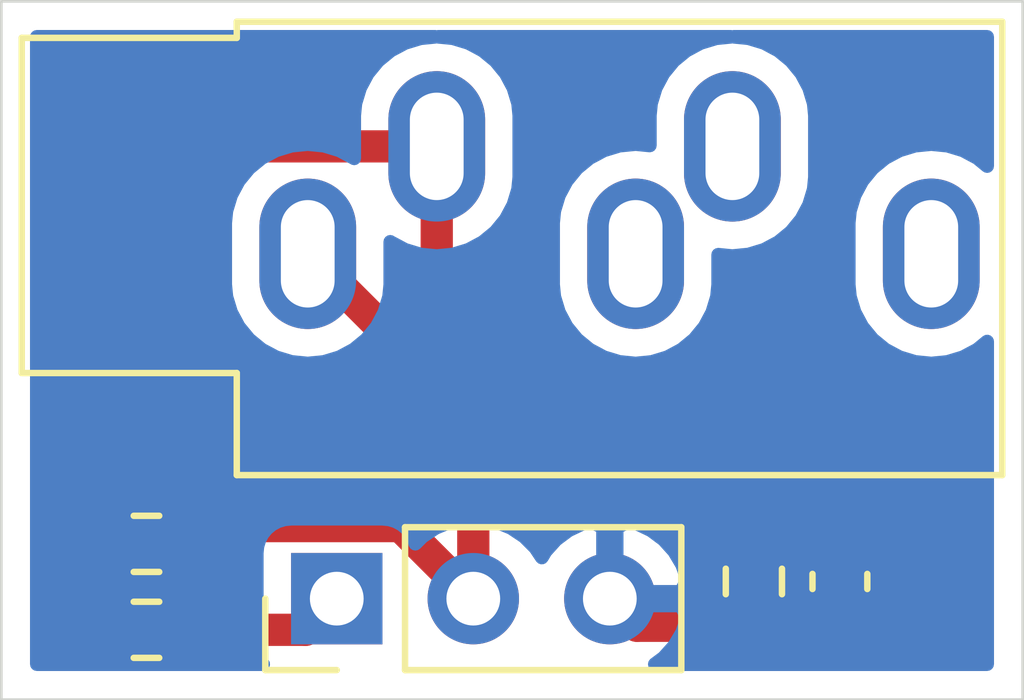
<source format=kicad_pcb>
(kicad_pcb (version 20171130) (host pcbnew "(5.1.8-0-10_14)")

  (general
    (thickness 1.6)
    (drawings 4)
    (tracks 20)
    (zones 0)
    (modules 6)
    (nets 5)
  )

  (page A4)
  (layers
    (0 F.Cu signal)
    (31 B.Cu signal)
    (32 B.Adhes user)
    (33 F.Adhes user)
    (34 B.Paste user)
    (35 F.Paste user)
    (36 B.SilkS user)
    (37 F.SilkS user)
    (38 B.Mask user)
    (39 F.Mask user)
    (40 Dwgs.User user)
    (41 Cmts.User user)
    (42 Eco1.User user)
    (43 Eco2.User user)
    (44 Edge.Cuts user)
    (45 Margin user)
    (46 B.CrtYd user)
    (47 F.CrtYd user)
    (48 B.Fab user)
    (49 F.Fab user)
  )

  (setup
    (last_trace_width 0.6)
    (user_trace_width 0.6)
    (trace_clearance 0.2)
    (zone_clearance 0.508)
    (zone_45_only no)
    (trace_min 0.2)
    (via_size 0.8)
    (via_drill 0.4)
    (via_min_size 0.4)
    (via_min_drill 0.3)
    (uvia_size 0.3)
    (uvia_drill 0.1)
    (uvias_allowed no)
    (uvia_min_size 0.2)
    (uvia_min_drill 0.1)
    (edge_width 0.05)
    (segment_width 0.2)
    (pcb_text_width 0.3)
    (pcb_text_size 1.5 1.5)
    (mod_edge_width 0.12)
    (mod_text_size 1 1)
    (mod_text_width 0.15)
    (pad_size 1.524 1.524)
    (pad_drill 0.762)
    (pad_to_mask_clearance 0)
    (aux_axis_origin 0 0)
    (visible_elements FFFFFF7F)
    (pcbplotparams
      (layerselection 0x010f0_ffffffff)
      (usegerberextensions false)
      (usegerberattributes true)
      (usegerberadvancedattributes true)
      (creategerberjobfile true)
      (excludeedgelayer false)
      (linewidth 0.100000)
      (plotframeref false)
      (viasonmask false)
      (mode 1)
      (useauxorigin false)
      (hpglpennumber 1)
      (hpglpenspeed 20)
      (hpglpendiameter 15.000000)
      (psnegative false)
      (psa4output false)
      (plotreference true)
      (plotvalue true)
      (plotinvisibletext false)
      (padsonsilk false)
      (subtractmaskfromsilk false)
      (outputformat 1)
      (mirror false)
      (drillshape 0)
      (scaleselection 1)
      (outputdirectory ""))
  )

  (net 0 "")
  (net 1 GND)
  (net 2 "Net-(C101-Pad1)")
  (net 3 "Net-(J101-PadS)")
  (net 4 +3V3)

  (net_class Default "This is the default net class."
    (clearance 0.2)
    (trace_width 0.25)
    (via_dia 0.8)
    (via_drill 0.4)
    (uvia_dia 0.3)
    (uvia_drill 0.1)
    (add_net +3V3)
    (add_net GND)
    (add_net "Net-(C101-Pad1)")
    (add_net "Net-(J101-PadS)")
  )

  (module Connector_PinHeader_2.54mm:PinHeader_1x03_P2.54mm_Vertical (layer F.Cu) (tedit 59FED5CC) (tstamp 5FB726D8)
    (at 116.84 109.22 90)
    (descr "Through hole straight pin header, 1x03, 2.54mm pitch, single row")
    (tags "Through hole pin header THT 1x03 2.54mm single row")
    (path /5FB72775)
    (fp_text reference J102 (at 0 -2.33 90) (layer F.SilkS) hide
      (effects (font (size 1 1) (thickness 0.15)))
    )
    (fp_text value Conn_01x03_Male (at 0 7.41 90) (layer F.Fab) hide
      (effects (font (size 1 1) (thickness 0.15)))
    )
    (fp_text user %R (at 0 0) (layer F.Fab) hide
      (effects (font (size 1 1) (thickness 0.15)))
    )
    (fp_line (start -0.635 -1.27) (end 1.27 -1.27) (layer F.Fab) (width 0.1))
    (fp_line (start 1.27 -1.27) (end 1.27 6.35) (layer F.Fab) (width 0.1))
    (fp_line (start 1.27 6.35) (end -1.27 6.35) (layer F.Fab) (width 0.1))
    (fp_line (start -1.27 6.35) (end -1.27 -0.635) (layer F.Fab) (width 0.1))
    (fp_line (start -1.27 -0.635) (end -0.635 -1.27) (layer F.Fab) (width 0.1))
    (fp_line (start -1.33 6.41) (end 1.33 6.41) (layer F.SilkS) (width 0.12))
    (fp_line (start -1.33 1.27) (end -1.33 6.41) (layer F.SilkS) (width 0.12))
    (fp_line (start 1.33 1.27) (end 1.33 6.41) (layer F.SilkS) (width 0.12))
    (fp_line (start -1.33 1.27) (end 1.33 1.27) (layer F.SilkS) (width 0.12))
    (fp_line (start -1.33 0) (end -1.33 -1.33) (layer F.SilkS) (width 0.12))
    (fp_line (start -1.33 -1.33) (end 0 -1.33) (layer F.SilkS) (width 0.12))
    (fp_line (start -1.8 -1.8) (end -1.8 6.85) (layer F.CrtYd) (width 0.05))
    (fp_line (start -1.8 6.85) (end 1.8 6.85) (layer F.CrtYd) (width 0.05))
    (fp_line (start 1.8 6.85) (end 1.8 -1.8) (layer F.CrtYd) (width 0.05))
    (fp_line (start 1.8 -1.8) (end -1.8 -1.8) (layer F.CrtYd) (width 0.05))
    (pad 3 thru_hole oval (at 0 5.08 90) (size 1.7 1.7) (drill 1) (layers *.Cu *.Mask)
      (net 1 GND))
    (pad 2 thru_hole oval (at 0 2.54 90) (size 1.7 1.7) (drill 1) (layers *.Cu *.Mask)
      (net 3 "Net-(J101-PadS)"))
    (pad 1 thru_hole rect (at 0 0 90) (size 1.7 1.7) (drill 1) (layers *.Cu *.Mask)
      (net 4 +3V3))
    (model ${KISYS3DMOD}/Connector_PinHeader_2.54mm.3dshapes/PinHeader_1x03_P2.54mm_Vertical.wrl
      (at (xyz 0 0 0))
      (scale (xyz 1 1 1))
      (rotate (xyz 0 0 0))
    )
  )

  (module Resistor_SMD:R_0603_1608Metric (layer F.Cu) (tedit 5F68FEEE) (tstamp 5FB72866)
    (at 124.6 108.9 270)
    (descr "Resistor SMD 0603 (1608 Metric), square (rectangular) end terminal, IPC_7351 nominal, (Body size source: IPC-SM-782 page 72, https://www.pcb-3d.com/wordpress/wp-content/uploads/ipc-sm-782a_amendment_1_and_2.pdf), generated with kicad-footprint-generator")
    (tags resistor)
    (path /5FB6DEF0)
    (attr smd)
    (fp_text reference R103 (at 0 -1.43 90) (layer F.SilkS) hide
      (effects (font (size 1 1) (thickness 0.15)))
    )
    (fp_text value 12 (at 0 1.43 90) (layer F.Fab) hide
      (effects (font (size 1 1) (thickness 0.15)))
    )
    (fp_text user %R (at 0 0 90) (layer F.Fab) hide
      (effects (font (size 0.4 0.4) (thickness 0.06)))
    )
    (fp_line (start -0.8 0.4125) (end -0.8 -0.4125) (layer F.Fab) (width 0.1))
    (fp_line (start -0.8 -0.4125) (end 0.8 -0.4125) (layer F.Fab) (width 0.1))
    (fp_line (start 0.8 -0.4125) (end 0.8 0.4125) (layer F.Fab) (width 0.1))
    (fp_line (start 0.8 0.4125) (end -0.8 0.4125) (layer F.Fab) (width 0.1))
    (fp_line (start -0.237258 -0.5225) (end 0.237258 -0.5225) (layer F.SilkS) (width 0.12))
    (fp_line (start -0.237258 0.5225) (end 0.237258 0.5225) (layer F.SilkS) (width 0.12))
    (fp_line (start -1.48 0.73) (end -1.48 -0.73) (layer F.CrtYd) (width 0.05))
    (fp_line (start -1.48 -0.73) (end 1.48 -0.73) (layer F.CrtYd) (width 0.05))
    (fp_line (start 1.48 -0.73) (end 1.48 0.73) (layer F.CrtYd) (width 0.05))
    (fp_line (start 1.48 0.73) (end -1.48 0.73) (layer F.CrtYd) (width 0.05))
    (pad 2 smd roundrect (at 0.825 0 270) (size 0.8 0.95) (layers F.Cu F.Paste F.Mask) (roundrect_rratio 0.25)
      (net 1 GND))
    (pad 1 smd roundrect (at -0.825 0 270) (size 0.8 0.95) (layers F.Cu F.Paste F.Mask) (roundrect_rratio 0.25)
      (net 2 "Net-(C101-Pad1)"))
    (model ${KISYS3DMOD}/Resistor_SMD.3dshapes/R_0603_1608Metric.wrl
      (at (xyz 0 0 0))
      (scale (xyz 1 1 1))
      (rotate (xyz 0 0 0))
    )
  )

  (module Resistor_SMD:R_0603_1608Metric (layer F.Cu) (tedit 5F68FEEE) (tstamp 5FB72B0F)
    (at 113.3 109.8 180)
    (descr "Resistor SMD 0603 (1608 Metric), square (rectangular) end terminal, IPC_7351 nominal, (Body size source: IPC-SM-782 page 72, https://www.pcb-3d.com/wordpress/wp-content/uploads/ipc-sm-782a_amendment_1_and_2.pdf), generated with kicad-footprint-generator")
    (tags resistor)
    (path /5FB6D70C)
    (attr smd)
    (fp_text reference R102 (at 0 -1.43) (layer F.SilkS) hide
      (effects (font (size 1 1) (thickness 0.15)))
    )
    (fp_text value 12 (at 0 1.43) (layer F.Fab) hide
      (effects (font (size 1 1) (thickness 0.15)))
    )
    (fp_text user %R (at 0 0) (layer F.Fab) hide
      (effects (font (size 0.4 0.4) (thickness 0.06)))
    )
    (fp_line (start -0.8 0.4125) (end -0.8 -0.4125) (layer F.Fab) (width 0.1))
    (fp_line (start -0.8 -0.4125) (end 0.8 -0.4125) (layer F.Fab) (width 0.1))
    (fp_line (start 0.8 -0.4125) (end 0.8 0.4125) (layer F.Fab) (width 0.1))
    (fp_line (start 0.8 0.4125) (end -0.8 0.4125) (layer F.Fab) (width 0.1))
    (fp_line (start -0.237258 -0.5225) (end 0.237258 -0.5225) (layer F.SilkS) (width 0.12))
    (fp_line (start -0.237258 0.5225) (end 0.237258 0.5225) (layer F.SilkS) (width 0.12))
    (fp_line (start -1.48 0.73) (end -1.48 -0.73) (layer F.CrtYd) (width 0.05))
    (fp_line (start -1.48 -0.73) (end 1.48 -0.73) (layer F.CrtYd) (width 0.05))
    (fp_line (start 1.48 -0.73) (end 1.48 0.73) (layer F.CrtYd) (width 0.05))
    (fp_line (start 1.48 0.73) (end -1.48 0.73) (layer F.CrtYd) (width 0.05))
    (pad 2 smd roundrect (at 0.825 0 180) (size 0.8 0.95) (layers F.Cu F.Paste F.Mask) (roundrect_rratio 0.25)
      (net 2 "Net-(C101-Pad1)"))
    (pad 1 smd roundrect (at -0.825 0 180) (size 0.8 0.95) (layers F.Cu F.Paste F.Mask) (roundrect_rratio 0.25)
      (net 4 +3V3))
    (model ${KISYS3DMOD}/Resistor_SMD.3dshapes/R_0603_1608Metric.wrl
      (at (xyz 0 0 0))
      (scale (xyz 1 1 1))
      (rotate (xyz 0 0 0))
    )
  )

  (module Resistor_SMD:R_0603_1608Metric (layer F.Cu) (tedit 5F68FEEE) (tstamp 5FB709F4)
    (at 113.3 108.2 180)
    (descr "Resistor SMD 0603 (1608 Metric), square (rectangular) end terminal, IPC_7351 nominal, (Body size source: IPC-SM-782 page 72, https://www.pcb-3d.com/wordpress/wp-content/uploads/ipc-sm-782a_amendment_1_and_2.pdf), generated with kicad-footprint-generator")
    (tags resistor)
    (path /5FB6C641)
    (attr smd)
    (fp_text reference R101 (at 0 -1.43) (layer F.SilkS) hide
      (effects (font (size 1 1) (thickness 0.15)))
    )
    (fp_text value 120 (at 0 1.43) (layer F.Fab) hide
      (effects (font (size 1 1) (thickness 0.15)))
    )
    (fp_text user %R (at 0 0) (layer F.Fab) hide
      (effects (font (size 0.4 0.4) (thickness 0.06)))
    )
    (fp_line (start -0.8 0.4125) (end -0.8 -0.4125) (layer F.Fab) (width 0.1))
    (fp_line (start -0.8 -0.4125) (end 0.8 -0.4125) (layer F.Fab) (width 0.1))
    (fp_line (start 0.8 -0.4125) (end 0.8 0.4125) (layer F.Fab) (width 0.1))
    (fp_line (start 0.8 0.4125) (end -0.8 0.4125) (layer F.Fab) (width 0.1))
    (fp_line (start -0.237258 -0.5225) (end 0.237258 -0.5225) (layer F.SilkS) (width 0.12))
    (fp_line (start -0.237258 0.5225) (end 0.237258 0.5225) (layer F.SilkS) (width 0.12))
    (fp_line (start -1.48 0.73) (end -1.48 -0.73) (layer F.CrtYd) (width 0.05))
    (fp_line (start -1.48 -0.73) (end 1.48 -0.73) (layer F.CrtYd) (width 0.05))
    (fp_line (start 1.48 -0.73) (end 1.48 0.73) (layer F.CrtYd) (width 0.05))
    (fp_line (start 1.48 0.73) (end -1.48 0.73) (layer F.CrtYd) (width 0.05))
    (pad 2 smd roundrect (at 0.825 0 180) (size 0.8 0.95) (layers F.Cu F.Paste F.Mask) (roundrect_rratio 0.25)
      (net 2 "Net-(C101-Pad1)"))
    (pad 1 smd roundrect (at -0.825 0 180) (size 0.8 0.95) (layers F.Cu F.Paste F.Mask) (roundrect_rratio 0.25)
      (net 3 "Net-(J101-PadS)"))
    (model ${KISYS3DMOD}/Resistor_SMD.3dshapes/R_0603_1608Metric.wrl
      (at (xyz 0 0 0))
      (scale (xyz 1 1 1))
      (rotate (xyz 0 0 0))
    )
  )

  (module Connector_Audio:Jack_3.5mm_CUI_SJ1-3535NG_Horizontal (layer F.Cu) (tedit 5C301453) (tstamp 5FB709E3)
    (at 116.3 102.8 90)
    (descr "TRS 3.5mm, horizontal, through-hole, with switch, https://www.cui.com/product/resource/sj1-353xng.pdf")
    (tags "TRS audio jack stereo horizontal")
    (path /5FB6AAD4)
    (fp_text reference J101 (at 0.1 -6.45 90) (layer F.SilkS) hide
      (effects (font (size 1 1) (thickness 0.15)))
    )
    (fp_text value AudioJack3 (at 0.1 14.05 90) (layer F.Fab) hide
      (effects (font (size 1 1) (thickness 0.15)))
    )
    (fp_text user %R (at 0.1 3.8 90) (layer F.Fab) hide
      (effects (font (size 1 1) (thickness 0.15)))
    )
    (fp_line (start -2.1 -5.2) (end 3.9 -5.2) (layer F.Fab) (width 0.1))
    (fp_line (start 3.9 -5.2) (end 3.9 -1.2) (layer F.Fab) (width 0.1))
    (fp_line (start 3.9 -1.2) (end 4.2 -1.2) (layer F.Fab) (width 0.1))
    (fp_line (start 4.2 -1.2) (end 4.2 12.8) (layer F.Fab) (width 0.1))
    (fp_line (start 4.2 12.8) (end -4 12.8) (layer F.Fab) (width 0.1))
    (fp_line (start -4 12.8) (end -4 -1.2) (layer F.Fab) (width 0.1))
    (fp_line (start -4 -1.2) (end -2.1 -1.2) (layer F.Fab) (width 0.1))
    (fp_line (start -2.1 -1.2) (end -2.1 -5.2) (layer F.Fab) (width 0.1))
    (fp_line (start -2.22 -5.32) (end 4.02 -5.32) (layer F.SilkS) (width 0.12))
    (fp_line (start 4.02 -5.32) (end 4.02 -1.32) (layer F.SilkS) (width 0.12))
    (fp_line (start 4.02 -1.32) (end 4.32 -1.32) (layer F.SilkS) (width 0.12))
    (fp_line (start 4.32 -1.32) (end 4.32 12.92) (layer F.SilkS) (width 0.12))
    (fp_line (start 4.32 12.92) (end -4.12 12.92) (layer F.SilkS) (width 0.12))
    (fp_line (start -4.12 12.92) (end -4.12 -1.32) (layer F.SilkS) (width 0.12))
    (fp_line (start -4.12 -1.32) (end -2.22 -1.32) (layer F.SilkS) (width 0.12))
    (fp_line (start -2.22 -1.32) (end -2.22 -5.32) (layer F.SilkS) (width 0.12))
    (fp_line (start -4.5 -5.7) (end -4.5 13.3) (layer F.CrtYd) (width 0.05))
    (fp_line (start -4.5 13.3) (end 4.7 13.3) (layer F.CrtYd) (width 0.05))
    (fp_line (start 4.7 13.3) (end 4.7 -5.7) (layer F.CrtYd) (width 0.05))
    (fp_line (start 4.7 -5.7) (end -4.5 -5.7) (layer F.CrtYd) (width 0.05))
    (pad RN thru_hole oval (at 0 6.1 90) (size 2.8 1.8) (drill oval 2 1) (layers *.Cu *.Mask))
    (pad TN thru_hole oval (at 0 11.6 90) (size 2.8 1.8) (drill oval 2 1) (layers *.Cu *.Mask))
    (pad R thru_hole oval (at 2 7.9 90) (size 2.8 1.8) (drill oval 2 1) (layers *.Cu *.Mask))
    (pad T thru_hole oval (at 2 2.4 90) (size 2.8 1.8) (drill oval 2 1) (layers *.Cu *.Mask)
      (net 2 "Net-(C101-Pad1)"))
    (pad S thru_hole oval (at 0 0 90) (size 2.8 1.8) (drill oval 2 1) (layers *.Cu *.Mask)
      (net 3 "Net-(J101-PadS)"))
    (model ${KISYS3DMOD}/Connector_Audio.3dshapes/Jack_3.5mm_CUI_SJ1-3535NG_Horizontal.wrl
      (at (xyz 0 0 0))
      (scale (xyz 1 1 1))
      (rotate (xyz 0 0 0))
    )
  )

  (module Capacitor_SMD:C_0603_1608Metric (layer F.Cu) (tedit 5F68FEEE) (tstamp 5FB709C5)
    (at 126.2 108.9 270)
    (descr "Capacitor SMD 0603 (1608 Metric), square (rectangular) end terminal, IPC_7351 nominal, (Body size source: IPC-SM-782 page 76, https://www.pcb-3d.com/wordpress/wp-content/uploads/ipc-sm-782a_amendment_1_and_2.pdf), generated with kicad-footprint-generator")
    (tags capacitor)
    (path /5FB6F307)
    (attr smd)
    (fp_text reference C101 (at 0 -1.43 90) (layer F.SilkS) hide
      (effects (font (size 1 1) (thickness 0.15)))
    )
    (fp_text value CP (at 0 1.43 90) (layer F.Fab) hide
      (effects (font (size 1 1) (thickness 0.15)))
    )
    (fp_text user %R (at 0 0 90) (layer F.Fab) hide
      (effects (font (size 0.4 0.4) (thickness 0.06)))
    )
    (fp_line (start -0.8 0.4) (end -0.8 -0.4) (layer F.Fab) (width 0.1))
    (fp_line (start -0.8 -0.4) (end 0.8 -0.4) (layer F.Fab) (width 0.1))
    (fp_line (start 0.8 -0.4) (end 0.8 0.4) (layer F.Fab) (width 0.1))
    (fp_line (start 0.8 0.4) (end -0.8 0.4) (layer F.Fab) (width 0.1))
    (fp_line (start -0.14058 -0.51) (end 0.14058 -0.51) (layer F.SilkS) (width 0.12))
    (fp_line (start -0.14058 0.51) (end 0.14058 0.51) (layer F.SilkS) (width 0.12))
    (fp_line (start -1.48 0.73) (end -1.48 -0.73) (layer F.CrtYd) (width 0.05))
    (fp_line (start -1.48 -0.73) (end 1.48 -0.73) (layer F.CrtYd) (width 0.05))
    (fp_line (start 1.48 -0.73) (end 1.48 0.73) (layer F.CrtYd) (width 0.05))
    (fp_line (start 1.48 0.73) (end -1.48 0.73) (layer F.CrtYd) (width 0.05))
    (pad 2 smd roundrect (at 0.775 0 270) (size 0.9 0.95) (layers F.Cu F.Paste F.Mask) (roundrect_rratio 0.25)
      (net 1 GND))
    (pad 1 smd roundrect (at -0.775 0 270) (size 0.9 0.95) (layers F.Cu F.Paste F.Mask) (roundrect_rratio 0.25)
      (net 2 "Net-(C101-Pad1)"))
    (model ${KISYS3DMOD}/Capacitor_SMD.3dshapes/C_0603_1608Metric.wrl
      (at (xyz 0 0 0))
      (scale (xyz 1 1 1))
      (rotate (xyz 0 0 0))
    )
  )

  (gr_line (start 110.6 98.1) (end 110.6 111.1) (layer Edge.Cuts) (width 0.05) (tstamp 5FB72D71))
  (gr_line (start 129.6 98.1) (end 110.6 98.1) (layer Edge.Cuts) (width 0.05))
  (gr_line (start 129.6 111.1) (end 129.6 98.1) (layer Edge.Cuts) (width 0.05))
  (gr_line (start 110.6 111.1) (end 129.6 111.1) (layer Edge.Cuts) (width 0.05))

  (segment (start 124.65 109.675) (end 124.6 109.725) (width 0.6) (layer F.Cu) (net 1))
  (segment (start 126.2 109.675) (end 124.65 109.675) (width 0.6) (layer F.Cu) (net 1))
  (segment (start 122.425 109.725) (end 121.92 109.22) (width 0.6) (layer F.Cu) (net 1))
  (segment (start 124.6 109.725) (end 122.425 109.725) (width 0.6) (layer F.Cu) (net 1))
  (segment (start 124.65 108.125) (end 124.6 108.075) (width 0.6) (layer F.Cu) (net 2))
  (segment (start 126.2 108.125) (end 124.65 108.125) (width 0.6) (layer F.Cu) (net 2))
  (segment (start 124.6 108.075) (end 123.775 108.075) (width 0.6) (layer F.Cu) (net 2))
  (segment (start 118.7 103) (end 118.7 100.8) (width 0.6) (layer F.Cu) (net 2))
  (segment (start 123.775 108.075) (end 118.7 103) (width 0.6) (layer F.Cu) (net 2))
  (segment (start 112.475 109.8) (end 112.475 108.2) (width 0.6) (layer F.Cu) (net 2))
  (segment (start 112.475 108.2) (end 112.475 102.825) (width 0.6) (layer F.Cu) (net 2))
  (segment (start 114.5 100.8) (end 118.7 100.8) (width 0.6) (layer F.Cu) (net 2))
  (segment (start 112.475 102.825) (end 114.5 100.8) (width 0.6) (layer F.Cu) (net 2))
  (segment (start 114.455001 107.869999) (end 118.029999 107.869999) (width 0.6) (layer F.Cu) (net 3))
  (segment (start 118.029999 107.869999) (end 119.38 109.22) (width 0.6) (layer F.Cu) (net 3))
  (segment (start 114.125 108.2) (end 114.455001 107.869999) (width 0.6) (layer F.Cu) (net 3))
  (segment (start 119.38 105.88) (end 116.3 102.8) (width 0.6) (layer F.Cu) (net 3))
  (segment (start 119.38 109.22) (end 119.38 105.88) (width 0.6) (layer F.Cu) (net 3))
  (segment (start 116.26 109.8) (end 116.84 109.22) (width 0.6) (layer F.Cu) (net 4))
  (segment (start 114.125 109.8) (end 116.26 109.8) (width 0.6) (layer F.Cu) (net 4))

  (zone (net 1) (net_name GND) (layer B.Cu) (tstamp 5FB72FDD) (hatch edge 0.508)
    (connect_pads (clearance 0.508))
    (min_thickness 0.254)
    (fill yes (arc_segments 32) (thermal_gap 0.508) (thermal_bridge_width 0.508))
    (polygon
      (pts
        (xy 129.6 111.1) (xy 110.6 111.1) (xy 110.6 98.1) (xy 129.6 98.1)
      )
    )
    (filled_polygon
      (pts
        (xy 118.399087 98.78721) (xy 118.109739 98.874983) (xy 117.843073 99.017519) (xy 117.609339 99.209339) (xy 117.417519 99.443074)
        (xy 117.274983 99.70974) (xy 117.18721 99.999088) (xy 117.165 100.224593) (xy 117.165 101.024145) (xy 117.156926 101.017519)
        (xy 116.89026 100.874983) (xy 116.600912 100.78721) (xy 116.3 100.757573) (xy 115.999087 100.78721) (xy 115.709739 100.874983)
        (xy 115.443073 101.017519) (xy 115.209339 101.209339) (xy 115.017519 101.443074) (xy 114.874983 101.70974) (xy 114.78721 101.999088)
        (xy 114.765 102.224593) (xy 114.765 103.375408) (xy 114.78721 103.600913) (xy 114.874983 103.890261) (xy 115.017519 104.156927)
        (xy 115.20934 104.390661) (xy 115.443074 104.582481) (xy 115.70974 104.725017) (xy 115.999088 104.81279) (xy 116.3 104.842427)
        (xy 116.600913 104.81279) (xy 116.890261 104.725017) (xy 117.156927 104.582481) (xy 117.390661 104.390661) (xy 117.582481 104.156927)
        (xy 117.725017 103.890261) (xy 117.81279 103.600913) (xy 117.835 103.375408) (xy 117.835 102.575855) (xy 117.843074 102.582481)
        (xy 118.10974 102.725017) (xy 118.399088 102.81279) (xy 118.7 102.842427) (xy 119.000913 102.81279) (xy 119.290261 102.725017)
        (xy 119.556927 102.582481) (xy 119.790661 102.390661) (xy 119.982481 102.156927) (xy 120.125017 101.890261) (xy 120.21279 101.600913)
        (xy 120.235 101.375408) (xy 120.235 100.224592) (xy 120.21279 99.999087) (xy 120.125017 99.709739) (xy 119.982481 99.443073)
        (xy 119.790661 99.209339) (xy 119.556926 99.017519) (xy 119.29026 98.874983) (xy 119.000912 98.78721) (xy 118.724642 98.76)
        (xy 124.175358 98.76) (xy 123.899087 98.78721) (xy 123.609739 98.874983) (xy 123.343073 99.017519) (xy 123.109339 99.209339)
        (xy 122.917519 99.443074) (xy 122.774983 99.70974) (xy 122.68721 99.999088) (xy 122.665 100.224593) (xy 122.665 100.783673)
        (xy 122.4 100.757573) (xy 122.099087 100.78721) (xy 121.809739 100.874983) (xy 121.543073 101.017519) (xy 121.309339 101.209339)
        (xy 121.117519 101.443074) (xy 120.974983 101.70974) (xy 120.88721 101.999088) (xy 120.865 102.224593) (xy 120.865 103.375408)
        (xy 120.88721 103.600913) (xy 120.974983 103.890261) (xy 121.117519 104.156927) (xy 121.30934 104.390661) (xy 121.543074 104.582481)
        (xy 121.80974 104.725017) (xy 122.099088 104.81279) (xy 122.4 104.842427) (xy 122.700913 104.81279) (xy 122.990261 104.725017)
        (xy 123.256927 104.582481) (xy 123.490661 104.390661) (xy 123.682481 104.156927) (xy 123.825017 103.890261) (xy 123.91279 103.600913)
        (xy 123.935 103.375408) (xy 123.935 102.816327) (xy 124.2 102.842427) (xy 124.500913 102.81279) (xy 124.790261 102.725017)
        (xy 125.056927 102.582481) (xy 125.290661 102.390661) (xy 125.482481 102.156927) (xy 125.625017 101.890261) (xy 125.71279 101.600913)
        (xy 125.735 101.375408) (xy 125.735 100.224592) (xy 125.71279 99.999087) (xy 125.625017 99.709739) (xy 125.482481 99.443073)
        (xy 125.290661 99.209339) (xy 125.056926 99.017519) (xy 124.79026 98.874983) (xy 124.500912 98.78721) (xy 124.224642 98.76)
        (xy 128.940001 98.76) (xy 128.940001 101.167764) (xy 128.756926 101.017519) (xy 128.49026 100.874983) (xy 128.200912 100.78721)
        (xy 127.9 100.757573) (xy 127.599087 100.78721) (xy 127.309739 100.874983) (xy 127.043073 101.017519) (xy 126.809339 101.209339)
        (xy 126.617519 101.443074) (xy 126.474983 101.70974) (xy 126.38721 101.999088) (xy 126.365 102.224593) (xy 126.365 103.375408)
        (xy 126.38721 103.600913) (xy 126.474983 103.890261) (xy 126.617519 104.156927) (xy 126.80934 104.390661) (xy 127.043074 104.582481)
        (xy 127.30974 104.725017) (xy 127.599088 104.81279) (xy 127.9 104.842427) (xy 128.200913 104.81279) (xy 128.490261 104.725017)
        (xy 128.756927 104.582481) (xy 128.940001 104.432237) (xy 128.94 110.44) (xy 122.756154 110.44) (xy 122.920269 110.317588)
        (xy 123.115178 110.101355) (xy 123.264157 109.851252) (xy 123.361481 109.576891) (xy 123.240814 109.347) (xy 122.047 109.347)
        (xy 122.047 109.367) (xy 121.793 109.367) (xy 121.793 109.347) (xy 121.773 109.347) (xy 121.773 109.093)
        (xy 121.793 109.093) (xy 121.793 107.899845) (xy 122.047 107.899845) (xy 122.047 109.093) (xy 123.240814 109.093)
        (xy 123.361481 108.863109) (xy 123.264157 108.588748) (xy 123.115178 108.338645) (xy 122.920269 108.122412) (xy 122.68692 107.948359)
        (xy 122.424099 107.823175) (xy 122.27689 107.778524) (xy 122.047 107.899845) (xy 121.793 107.899845) (xy 121.56311 107.778524)
        (xy 121.415901 107.823175) (xy 121.15308 107.948359) (xy 120.919731 108.122412) (xy 120.724822 108.338645) (xy 120.655195 108.455534)
        (xy 120.533475 108.273368) (xy 120.326632 108.066525) (xy 120.083411 107.90401) (xy 119.813158 107.792068) (xy 119.52626 107.735)
        (xy 119.23374 107.735) (xy 118.946842 107.792068) (xy 118.676589 107.90401) (xy 118.433368 108.066525) (xy 118.301513 108.19838)
        (xy 118.279502 108.12582) (xy 118.220537 108.015506) (xy 118.141185 107.918815) (xy 118.044494 107.839463) (xy 117.93418 107.780498)
        (xy 117.814482 107.744188) (xy 117.69 107.731928) (xy 115.99 107.731928) (xy 115.865518 107.744188) (xy 115.74582 107.780498)
        (xy 115.635506 107.839463) (xy 115.538815 107.918815) (xy 115.459463 108.015506) (xy 115.400498 108.12582) (xy 115.364188 108.245518)
        (xy 115.351928 108.37) (xy 115.351928 110.07) (xy 115.364188 110.194482) (xy 115.400498 110.31418) (xy 115.459463 110.424494)
        (xy 115.472188 110.44) (xy 111.26 110.44) (xy 111.26 98.76) (xy 118.675358 98.76)
      )
    )
  )
)

</source>
